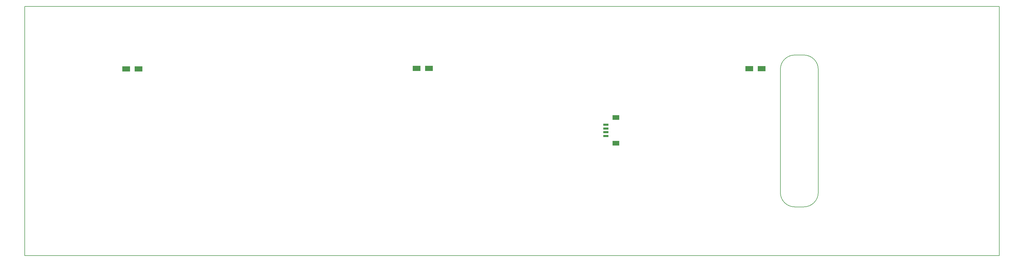
<source format=gbp>
G04*
G04 #@! TF.GenerationSoftware,Altium Limited,Altium Designer,18.1.11 (251)*
G04*
G04 Layer_Color=128*
%FSLAX44Y44*%
%MOMM*%
G71*
G01*
G75*
%ADD10C,0.2000*%
%ADD18R,2.5000X1.7000*%
%ADD19R,2.2000X1.6000*%
%ADD20R,1.8000X0.7000*%
D10*
X2684900Y407100D02*
G03*
X2732000Y360000I47099J-1D01*
G01*
X2732000Y860000D02*
G03*
X2684900Y812900I-1J-47098D01*
G01*
X2809500Y812501D02*
G03*
X2762000Y860000I-47593J-94D01*
G01*
X2762000Y360000D02*
G03*
X2809500Y407500I0J47500D01*
G01*
X2732000Y360000D02*
X2762000Y360000D01*
X2684900Y812900D02*
X2684900Y407100D01*
X2732000Y860000D02*
X2762000Y860000D01*
X2809500Y812501D02*
X2809500Y407500D01*
X200000Y200000D02*
Y1020000D01*
X3405000D01*
Y200000D02*
Y1020000D01*
X200000Y200000D02*
X3405000D01*
D18*
X2583000Y815000D02*
D03*
X2623000D02*
D03*
X1489000Y816000D02*
D03*
X1529000D02*
D03*
X534000Y814000D02*
D03*
X574000D02*
D03*
D19*
X2144442Y654139D02*
D03*
Y569639D02*
D03*
D20*
X2111442Y593139D02*
D03*
Y605639D02*
D03*
Y630639D02*
D03*
Y618139D02*
D03*
M02*

</source>
